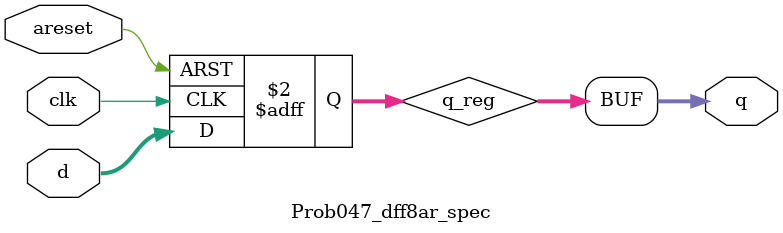
<source format=v>
module Prob047_dff8ar_spec(input [0:0] clk, input [7:0] d, input [0:0] areset, output [7:0] q);
    reg [7:0] q_reg;

    always @(posedge clk or posedge areset) begin
        if (areset) begin
            q_reg <= 8'b0;
        end else begin
            q_reg <= d;
        end
    end

    assign q = q_reg;
endmodule

</source>
